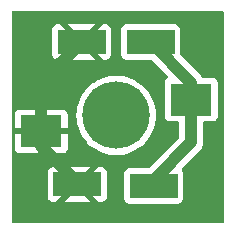
<source format=gbr>
%TF.GenerationSoftware,KiCad,Pcbnew,7.0.9-7.0.9~ubuntu22.04.1*%
%TF.CreationDate,2023-12-17T21:42:45+01:00*%
%TF.ProjectId,StarPCB,53746172-5043-4422-9e6b-696361645f70,rev?*%
%TF.SameCoordinates,Original*%
%TF.FileFunction,Copper,L1,Top*%
%TF.FilePolarity,Positive*%
%FSLAX46Y46*%
G04 Gerber Fmt 4.6, Leading zero omitted, Abs format (unit mm)*
G04 Created by KiCad (PCBNEW 7.0.9-7.0.9~ubuntu22.04.1) date 2023-12-17 21:42:45*
%MOMM*%
%LPD*%
G01*
G04 APERTURE LIST*
G04 Aperture macros list*
%AMRoundRect*
0 Rectangle with rounded corners*
0 $1 Rounding radius*
0 $2 $3 $4 $5 $6 $7 $8 $9 X,Y pos of 4 corners*
0 Add a 4 corners polygon primitive as box body*
4,1,4,$2,$3,$4,$5,$6,$7,$8,$9,$2,$3,0*
0 Add four circle primitives for the rounded corners*
1,1,$1+$1,$2,$3*
1,1,$1+$1,$4,$5*
1,1,$1+$1,$6,$7*
1,1,$1+$1,$8,$9*
0 Add four rect primitives between the rounded corners*
20,1,$1+$1,$2,$3,$4,$5,0*
20,1,$1+$1,$4,$5,$6,$7,0*
20,1,$1+$1,$6,$7,$8,$9,0*
20,1,$1+$1,$8,$9,$2,$3,0*%
G04 Aperture macros list end*
%TA.AperFunction,SMDPad,CuDef*%
%ADD10RoundRect,0.020000X-1.980000X-0.980000X1.980000X-0.980000X1.980000X0.980000X-1.980000X0.980000X0*%
%TD*%
%TA.AperFunction,SMDPad,CuDef*%
%ADD11R,3.500000X2.700000*%
%TD*%
%TA.AperFunction,SMDPad,CuDef*%
%ADD12C,5.700000*%
%TD*%
%TA.AperFunction,Conductor*%
%ADD13C,1.000000*%
%TD*%
%TA.AperFunction,Conductor*%
%ADD14C,0.250000*%
%TD*%
G04 APERTURE END LIST*
D10*
%TO.P,J1,1,Pin_1*%
%TO.N,VCC*%
X124331000Y-66423000D03*
%TD*%
D11*
%TO.P,D1,1,K*%
%TO.N,GND*%
X115062000Y-73994000D03*
%TO.P,D1,2,A*%
%TO.N,VCC*%
X127762000Y-71294000D03*
D12*
%TO.P,D1,3*%
%TO.N,N/C*%
X121412000Y-72644000D03*
%TD*%
D10*
%TO.P,J4,1,Pin_1*%
%TO.N,GND*%
X118110000Y-78486000D03*
%TD*%
%TO.P,J5,1,Pin_1*%
%TO.N,GND*%
X118489000Y-66423000D03*
%TD*%
%TO.P,J2,1,Pin_1*%
%TO.N,VCC*%
X124585000Y-78615000D03*
%TD*%
D13*
%TO.N,GND*%
X118489000Y-66423000D02*
X115062000Y-69850000D01*
X118110000Y-78236000D02*
X118110000Y-78486000D01*
X115062000Y-75188000D02*
X118110000Y-78236000D01*
X115062000Y-69850000D02*
X115062000Y-75188000D01*
%TO.N,VCC*%
X127762000Y-69854000D02*
X124331000Y-66423000D01*
X124585000Y-78615000D02*
X124585000Y-78107000D01*
X127762000Y-71294000D02*
X127762000Y-69854000D01*
X124585000Y-78107000D02*
X127762000Y-74930000D01*
D14*
X127762000Y-70866000D02*
X127762000Y-71294000D01*
D13*
X127762000Y-74930000D02*
X127762000Y-70866000D01*
%TD*%
%TA.AperFunction,Conductor*%
%TO.N,GND*%
G36*
X130498539Y-63808185D02*
G01*
X130544294Y-63860989D01*
X130555500Y-63912500D01*
X130555500Y-81663500D01*
X130535815Y-81730539D01*
X130483011Y-81776294D01*
X130431500Y-81787500D01*
X112680500Y-81787500D01*
X112613461Y-81767815D01*
X112567706Y-81715011D01*
X112556500Y-81663500D01*
X112556500Y-79506712D01*
X115610000Y-79506712D01*
X115620035Y-79590274D01*
X115620036Y-79590279D01*
X115672473Y-79723249D01*
X115672476Y-79723255D01*
X115758847Y-79837152D01*
X115872744Y-79923523D01*
X115872750Y-79923526D01*
X116005720Y-79975963D01*
X116005725Y-79975964D01*
X116089287Y-79986000D01*
X116256447Y-79986000D01*
X116256447Y-79985999D01*
X116963553Y-79985999D01*
X116963554Y-79986000D01*
X119256446Y-79986000D01*
X119256446Y-79985999D01*
X118110001Y-78839553D01*
X118109999Y-78839553D01*
X116963553Y-79985999D01*
X116256447Y-79985999D01*
X117756447Y-78486000D01*
X118463553Y-78486000D01*
X119963553Y-79986000D01*
X120130713Y-79986000D01*
X120214274Y-79975964D01*
X120214279Y-79975963D01*
X120347249Y-79923526D01*
X120347255Y-79923523D01*
X120461152Y-79837152D01*
X120547523Y-79723255D01*
X120547526Y-79723249D01*
X120599963Y-79590279D01*
X120599964Y-79590274D01*
X120610000Y-79506712D01*
X120610000Y-77465287D01*
X120599964Y-77381725D01*
X120599963Y-77381720D01*
X120547526Y-77248750D01*
X120547523Y-77248744D01*
X120461152Y-77134847D01*
X120347255Y-77048476D01*
X120347249Y-77048473D01*
X120214279Y-76996036D01*
X120214274Y-76996035D01*
X120130713Y-76986000D01*
X119963552Y-76986000D01*
X118463553Y-78486000D01*
X117756447Y-78486000D01*
X116256447Y-76986000D01*
X116963553Y-76986000D01*
X118110000Y-78132446D01*
X119256446Y-76986000D01*
X116963553Y-76986000D01*
X116256447Y-76986000D01*
X116089287Y-76986000D01*
X116005725Y-76996035D01*
X116005720Y-76996036D01*
X115872750Y-77048473D01*
X115872744Y-77048476D01*
X115758847Y-77134847D01*
X115672476Y-77248744D01*
X115672473Y-77248750D01*
X115620036Y-77381720D01*
X115620035Y-77381725D01*
X115610000Y-77465287D01*
X115610000Y-79506712D01*
X112556500Y-79506712D01*
X112556500Y-74244000D01*
X112812000Y-74244000D01*
X112812000Y-75391844D01*
X112818401Y-75451372D01*
X112818403Y-75451379D01*
X112868645Y-75586086D01*
X112868649Y-75586093D01*
X112954809Y-75701187D01*
X112954812Y-75701190D01*
X113069906Y-75787350D01*
X113069913Y-75787354D01*
X113204620Y-75837596D01*
X113204627Y-75837598D01*
X113264155Y-75843999D01*
X113264172Y-75844000D01*
X114812000Y-75844000D01*
X114812000Y-74244000D01*
X115312000Y-74244000D01*
X115312000Y-75844000D01*
X116859828Y-75844000D01*
X116859844Y-75843999D01*
X116919372Y-75837598D01*
X116919379Y-75837596D01*
X117054086Y-75787354D01*
X117054093Y-75787350D01*
X117169187Y-75701190D01*
X117169190Y-75701187D01*
X117255350Y-75586093D01*
X117255354Y-75586086D01*
X117305596Y-75451379D01*
X117305598Y-75451372D01*
X117311999Y-75391844D01*
X117312000Y-75391827D01*
X117312000Y-74244000D01*
X115312000Y-74244000D01*
X114812000Y-74244000D01*
X112812000Y-74244000D01*
X112556500Y-74244000D01*
X112556500Y-73744000D01*
X112812000Y-73744000D01*
X114812000Y-73744000D01*
X114812000Y-72144000D01*
X115312000Y-72144000D01*
X115312000Y-73744000D01*
X117312000Y-73744000D01*
X117312000Y-72644002D01*
X118056579Y-72644002D01*
X118076248Y-73006782D01*
X118076250Y-73006799D01*
X118135024Y-73365303D01*
X118135030Y-73365329D01*
X118232221Y-73715381D01*
X118232226Y-73715396D01*
X118366700Y-74052901D01*
X118366706Y-74052913D01*
X118536878Y-74373892D01*
X118536884Y-74373901D01*
X118740772Y-74674613D01*
X118936060Y-74904524D01*
X118975979Y-74951521D01*
X119239746Y-75201375D01*
X119528981Y-75421245D01*
X119840292Y-75608555D01*
X119840294Y-75608556D01*
X119840296Y-75608557D01*
X119840300Y-75608559D01*
X119922162Y-75646432D01*
X120170031Y-75761108D01*
X120514330Y-75877116D01*
X120869153Y-75955218D01*
X121230341Y-75994500D01*
X121230347Y-75994500D01*
X121593653Y-75994500D01*
X121593659Y-75994500D01*
X121954847Y-75955218D01*
X122309670Y-75877116D01*
X122653969Y-75761108D01*
X122983708Y-75608555D01*
X123295019Y-75421245D01*
X123584254Y-75201375D01*
X123848021Y-74951521D01*
X124083227Y-74674614D01*
X124287117Y-74373900D01*
X124457298Y-74052905D01*
X124591775Y-73715391D01*
X124688973Y-73365316D01*
X124734470Y-73087796D01*
X124747749Y-73006799D01*
X124747751Y-73006782D01*
X124767421Y-72644002D01*
X124767421Y-72643997D01*
X124747751Y-72281217D01*
X124747749Y-72281200D01*
X124688975Y-71922696D01*
X124688974Y-71922695D01*
X124688973Y-71922684D01*
X124671097Y-71858303D01*
X124591778Y-71572618D01*
X124591773Y-71572603D01*
X124457299Y-71235098D01*
X124457298Y-71235095D01*
X124287117Y-70914100D01*
X124083227Y-70613386D01*
X123848021Y-70336479D01*
X123584254Y-70086625D01*
X123584244Y-70086617D01*
X123515635Y-70034462D01*
X123295019Y-69866755D01*
X122983708Y-69679445D01*
X122983707Y-69679444D01*
X122983703Y-69679442D01*
X122983699Y-69679440D01*
X122653979Y-69526896D01*
X122653974Y-69526894D01*
X122653969Y-69526892D01*
X122486143Y-69470344D01*
X122309669Y-69410883D01*
X121954845Y-69332781D01*
X121593660Y-69293500D01*
X121593659Y-69293500D01*
X121230341Y-69293500D01*
X121230339Y-69293500D01*
X120869154Y-69332781D01*
X120514330Y-69410883D01*
X120276421Y-69491045D01*
X120170031Y-69526892D01*
X120170028Y-69526893D01*
X120170020Y-69526896D01*
X119840300Y-69679440D01*
X119840296Y-69679442D01*
X119608453Y-69818937D01*
X119528981Y-69866755D01*
X119439332Y-69934903D01*
X119239755Y-70086617D01*
X119239745Y-70086625D01*
X118975978Y-70336479D01*
X118740772Y-70613386D01*
X118536884Y-70914098D01*
X118536878Y-70914107D01*
X118366706Y-71235086D01*
X118366700Y-71235098D01*
X118232226Y-71572603D01*
X118232221Y-71572618D01*
X118135030Y-71922670D01*
X118135024Y-71922696D01*
X118076250Y-72281200D01*
X118076248Y-72281217D01*
X118056579Y-72643997D01*
X118056579Y-72644002D01*
X117312000Y-72644002D01*
X117312000Y-72596172D01*
X117311999Y-72596155D01*
X117305598Y-72536627D01*
X117305596Y-72536620D01*
X117255354Y-72401913D01*
X117255350Y-72401906D01*
X117169190Y-72286812D01*
X117169187Y-72286809D01*
X117054093Y-72200649D01*
X117054086Y-72200645D01*
X116919379Y-72150403D01*
X116919372Y-72150401D01*
X116859844Y-72144000D01*
X115312000Y-72144000D01*
X114812000Y-72144000D01*
X113264155Y-72144000D01*
X113204627Y-72150401D01*
X113204620Y-72150403D01*
X113069913Y-72200645D01*
X113069906Y-72200649D01*
X112954812Y-72286809D01*
X112954809Y-72286812D01*
X112868649Y-72401906D01*
X112868645Y-72401913D01*
X112818403Y-72536620D01*
X112818401Y-72536627D01*
X112812000Y-72596155D01*
X112812000Y-73744000D01*
X112556500Y-73744000D01*
X112556500Y-67443712D01*
X115989000Y-67443712D01*
X115999035Y-67527274D01*
X115999036Y-67527279D01*
X116051473Y-67660249D01*
X116051476Y-67660255D01*
X116137847Y-67774152D01*
X116251744Y-67860523D01*
X116251750Y-67860526D01*
X116384720Y-67912963D01*
X116384725Y-67912964D01*
X116468287Y-67923000D01*
X116635447Y-67923000D01*
X116635447Y-67922999D01*
X117342553Y-67922999D01*
X117342554Y-67923000D01*
X119635446Y-67923000D01*
X119635446Y-67922999D01*
X118489001Y-66776553D01*
X118488999Y-66776553D01*
X117342553Y-67922999D01*
X116635447Y-67922999D01*
X118135447Y-66423000D01*
X118842553Y-66423000D01*
X120342553Y-67923000D01*
X120509713Y-67923000D01*
X120593274Y-67912964D01*
X120593279Y-67912963D01*
X120726249Y-67860526D01*
X120726255Y-67860523D01*
X120840152Y-67774152D01*
X120926523Y-67660255D01*
X120926526Y-67660249D01*
X120978963Y-67527279D01*
X120978964Y-67527274D01*
X120988995Y-67443754D01*
X121830500Y-67443754D01*
X121835204Y-67482927D01*
X121840544Y-67527396D01*
X121893033Y-67660498D01*
X121893034Y-67660500D01*
X121893035Y-67660501D01*
X121979490Y-67774510D01*
X122092916Y-67860523D01*
X122093499Y-67860965D01*
X122093501Y-67860966D01*
X122160052Y-67887210D01*
X122226605Y-67913456D01*
X122310246Y-67923500D01*
X124365217Y-67923500D01*
X124432256Y-67943185D01*
X124452898Y-67959819D01*
X125797176Y-69304097D01*
X125830661Y-69365420D01*
X125825677Y-69435112D01*
X125783805Y-69491045D01*
X125770346Y-69499695D01*
X125654455Y-69586452D01*
X125654452Y-69586455D01*
X125568206Y-69701664D01*
X125568202Y-69701671D01*
X125517908Y-69836517D01*
X125511501Y-69896116D01*
X125511501Y-69896123D01*
X125511500Y-69896135D01*
X125511500Y-72691870D01*
X125511501Y-72691876D01*
X125517908Y-72751483D01*
X125568202Y-72886328D01*
X125568206Y-72886335D01*
X125654452Y-73001544D01*
X125654455Y-73001547D01*
X125769664Y-73087793D01*
X125769671Y-73087797D01*
X125904517Y-73138091D01*
X125904516Y-73138091D01*
X125911444Y-73138835D01*
X125964127Y-73144500D01*
X126637500Y-73144499D01*
X126704539Y-73164183D01*
X126750294Y-73216987D01*
X126761500Y-73268499D01*
X126761500Y-74464217D01*
X126741815Y-74531256D01*
X126725181Y-74551898D01*
X124198899Y-77078181D01*
X124137576Y-77111666D01*
X124111218Y-77114500D01*
X122564246Y-77114500D01*
X122504502Y-77121674D01*
X122480603Y-77124544D01*
X122347501Y-77177033D01*
X122347499Y-77177034D01*
X122233490Y-77263490D01*
X122147034Y-77377499D01*
X122147033Y-77377501D01*
X122094544Y-77510603D01*
X122094544Y-77510605D01*
X122084500Y-77594246D01*
X122084500Y-79635754D01*
X122093109Y-79707446D01*
X122094544Y-79719396D01*
X122147033Y-79852498D01*
X122147034Y-79852500D01*
X122147035Y-79852501D01*
X122233490Y-79966510D01*
X122347499Y-80052965D01*
X122347501Y-80052966D01*
X122414052Y-80079210D01*
X122480605Y-80105456D01*
X122564246Y-80115500D01*
X122564251Y-80115500D01*
X126605749Y-80115500D01*
X126605754Y-80115500D01*
X126689395Y-80105456D01*
X126822501Y-80052965D01*
X126936510Y-79966510D01*
X127022965Y-79852501D01*
X127075456Y-79719395D01*
X127085500Y-79635754D01*
X127085500Y-77594246D01*
X127075456Y-77510605D01*
X127022966Y-77377501D01*
X127022966Y-77377500D01*
X127003266Y-77351521D01*
X126961696Y-77296703D01*
X126936874Y-77231394D01*
X126951302Y-77163030D01*
X126972817Y-77134102D01*
X128460487Y-75646433D01*
X128525053Y-75585059D01*
X128560119Y-75534675D01*
X128562912Y-75530972D01*
X128601697Y-75483408D01*
X128617604Y-75452952D01*
X128621666Y-75446248D01*
X128641295Y-75418049D01*
X128665497Y-75361650D01*
X128667500Y-75357431D01*
X128695909Y-75303049D01*
X128705357Y-75270022D01*
X128707988Y-75262633D01*
X128721540Y-75231058D01*
X128733894Y-75170936D01*
X128735006Y-75166404D01*
X128751886Y-75107418D01*
X128754493Y-75073166D01*
X128755585Y-75065386D01*
X128762500Y-75031739D01*
X128762500Y-74970388D01*
X128762679Y-74965679D01*
X128763757Y-74951520D01*
X128767336Y-74904524D01*
X128762997Y-74870449D01*
X128762500Y-74862610D01*
X128762500Y-73268499D01*
X128782185Y-73201460D01*
X128834989Y-73155705D01*
X128886500Y-73144499D01*
X129559871Y-73144499D01*
X129559872Y-73144499D01*
X129619483Y-73138091D01*
X129754331Y-73087796D01*
X129869546Y-73001546D01*
X129955796Y-72886331D01*
X130006091Y-72751483D01*
X130012500Y-72691873D01*
X130012499Y-69896128D01*
X130006091Y-69836517D01*
X129955796Y-69701669D01*
X129955795Y-69701668D01*
X129955793Y-69701664D01*
X129869547Y-69586455D01*
X129869544Y-69586452D01*
X129754335Y-69500206D01*
X129754328Y-69500202D01*
X129619482Y-69449908D01*
X129619483Y-69449908D01*
X129559883Y-69443501D01*
X129559881Y-69443500D01*
X129559873Y-69443500D01*
X129559865Y-69443500D01*
X128756488Y-69443500D01*
X128689449Y-69423815D01*
X128652952Y-69387737D01*
X128619617Y-69337158D01*
X128617183Y-69333142D01*
X128587409Y-69279498D01*
X128565034Y-69253434D01*
X128560306Y-69247163D01*
X128541404Y-69218484D01*
X128541399Y-69218478D01*
X128519715Y-69196795D01*
X128498019Y-69175099D01*
X128494828Y-69171655D01*
X128454865Y-69125104D01*
X128427694Y-69104072D01*
X128421807Y-69098887D01*
X126867170Y-67544250D01*
X126833685Y-67482927D01*
X126832013Y-67447492D01*
X126831279Y-67447449D01*
X126831500Y-67443757D01*
X126831500Y-65402251D01*
X126831500Y-65402246D01*
X126821456Y-65318605D01*
X126768965Y-65185499D01*
X126682510Y-65071490D01*
X126568501Y-64985035D01*
X126568500Y-64985034D01*
X126568498Y-64985033D01*
X126435396Y-64932544D01*
X126421454Y-64930870D01*
X126351754Y-64922500D01*
X122310246Y-64922500D01*
X122250502Y-64929674D01*
X122226603Y-64932544D01*
X122093501Y-64985033D01*
X122093499Y-64985034D01*
X121979490Y-65071490D01*
X121893034Y-65185499D01*
X121893033Y-65185501D01*
X121840544Y-65318603D01*
X121837674Y-65342502D01*
X121830500Y-65402246D01*
X121830500Y-67443754D01*
X120988995Y-67443754D01*
X120989000Y-67443712D01*
X120989000Y-65402287D01*
X120978964Y-65318725D01*
X120978963Y-65318720D01*
X120926526Y-65185750D01*
X120926523Y-65185744D01*
X120840152Y-65071847D01*
X120726255Y-64985476D01*
X120726249Y-64985473D01*
X120593279Y-64933036D01*
X120593274Y-64933035D01*
X120509713Y-64923000D01*
X120342552Y-64923000D01*
X118842553Y-66423000D01*
X118135447Y-66423000D01*
X116635447Y-64923000D01*
X117342553Y-64923000D01*
X118489000Y-66069446D01*
X119635446Y-64923000D01*
X117342553Y-64923000D01*
X116635447Y-64923000D01*
X116468287Y-64923000D01*
X116384725Y-64933035D01*
X116384720Y-64933036D01*
X116251750Y-64985473D01*
X116251744Y-64985476D01*
X116137847Y-65071847D01*
X116051476Y-65185744D01*
X116051473Y-65185750D01*
X115999036Y-65318720D01*
X115999035Y-65318725D01*
X115989000Y-65402287D01*
X115989000Y-67443712D01*
X112556500Y-67443712D01*
X112556500Y-63912500D01*
X112576185Y-63845461D01*
X112628989Y-63799706D01*
X112680500Y-63788500D01*
X130431500Y-63788500D01*
X130498539Y-63808185D01*
G37*
%TD.AperFunction*%
%TD*%
M02*

</source>
